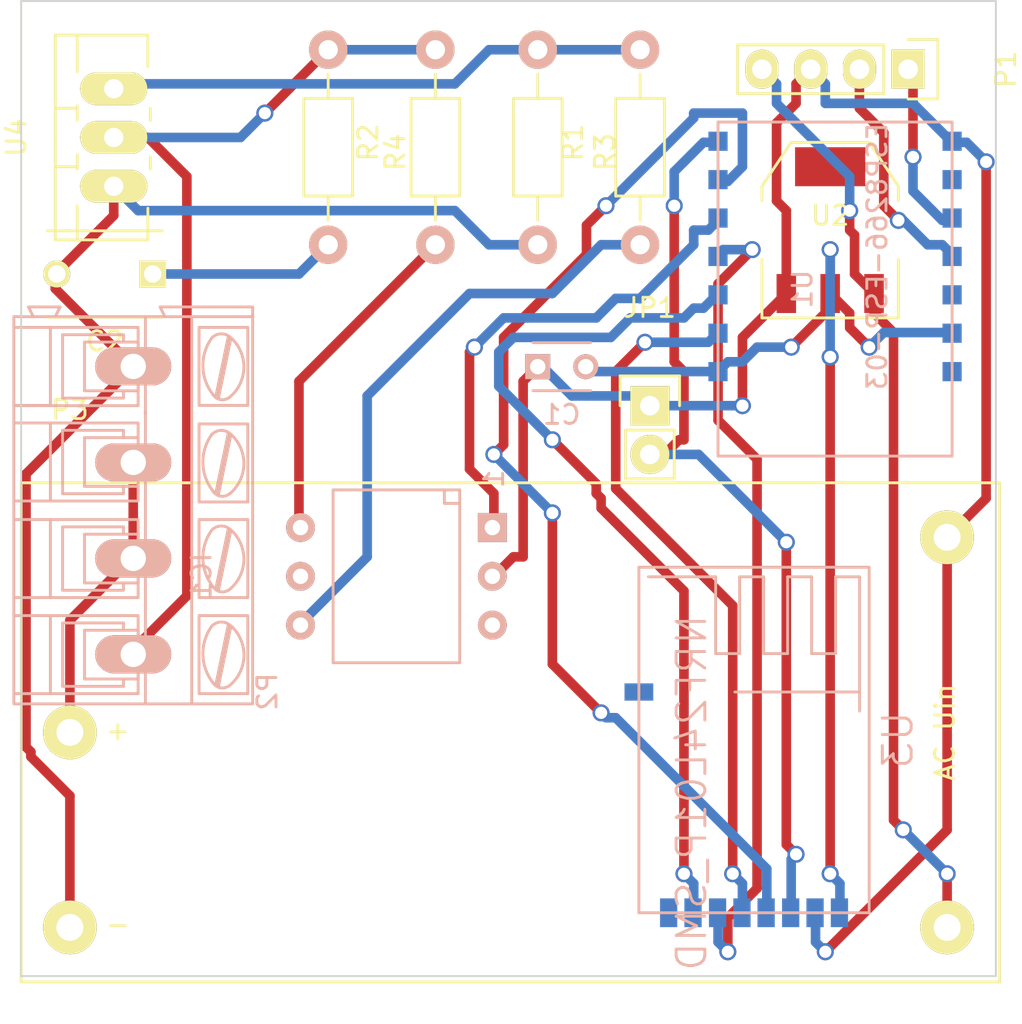
<source format=kicad_pcb>
(kicad_pcb (version 4) (host pcbnew 4.0.0-rc1-stable)

  (general
    (links 36)
    (no_connects 0)
    (area 163.779999 118.059999 214.680001 168.960001)
    (thickness 1.6)
    (drawings 5)
    (tracks 258)
    (zones 0)
    (modules 15)
    (nets 23)
  )

  (page A3)
  (layers
    (0 F.Cu mixed)
    (31 B.Cu mixed)
    (32 B.Adhes user)
    (33 F.Adhes user)
    (34 B.Paste user)
    (35 F.Paste user)
    (36 B.SilkS user)
    (37 F.SilkS user)
    (38 B.Mask user)
    (39 F.Mask user)
    (40 Dwgs.User user)
    (41 Cmts.User user)
    (42 Eco1.User user)
    (43 Eco2.User user)
    (44 Edge.Cuts user)
  )

  (setup
    (last_trace_width 0.5)
    (trace_clearance 0.5)
    (zone_clearance 0.508)
    (zone_45_only no)
    (trace_min 0.254)
    (segment_width 0.2)
    (edge_width 0.1)
    (via_size 0.889)
    (via_drill 0.635)
    (via_min_size 0.889)
    (via_min_drill 0.508)
    (uvia_size 0.508)
    (uvia_drill 0.127)
    (uvias_allowed no)
    (uvia_min_size 0.508)
    (uvia_min_drill 0.127)
    (pcb_text_width 0.3)
    (pcb_text_size 1.5 1.5)
    (mod_edge_width 0.15)
    (mod_text_size 1 1)
    (mod_text_width 0.15)
    (pad_size 1.5 1.5)
    (pad_drill 0.8)
    (pad_to_mask_clearance 0)
    (aux_axis_origin 163.83 168.91)
    (grid_origin 163.83 168.91)
    (visible_elements FFFFFFFF)
    (pcbplotparams
      (layerselection 0x00030_80000001)
      (usegerberextensions true)
      (excludeedgelayer true)
      (linewidth 0.150000)
      (plotframeref false)
      (viasonmask false)
      (mode 1)
      (useauxorigin false)
      (hpglpennumber 1)
      (hpglpenspeed 20)
      (hpglpendiameter 15)
      (hpglpenoverlay 2)
      (psnegative false)
      (psa4output false)
      (plotreference true)
      (plotvalue true)
      (plotinvisibletext false)
      (padsonsilk false)
      (subtractmaskfromsilk false)
      (outputformat 1)
      (mirror false)
      (drillshape 0)
      (scaleselection 1)
      (outputdirectory GRB/))
  )

  (net 0 "")
  (net 1 GND)
  (net 2 "Net-(C1-Pad2)")
  (net 3 "Net-(C2-Pad1)")
  (net 4 "Net-(C2-Pad2)")
  (net 5 "Net-(IC1-Pad1)")
  (net 6 "Net-(IC1-Pad4)")
  (net 7 "Net-(IC1-Pad6)")
  (net 8 "Net-(JP1-Pad2)")
  (net 9 "Net-(P1-Pad1)")
  (net 10 "Net-(P1-Pad2)")
  (net 11 VCC)
  (net 12 "Net-(P2-Pad1)")
  (net 13 "Net-(P2-Pad2)")
  (net 14 "Net-(R1-Pad2)")
  (net 15 "Net-(U1-Pad13)")
  (net 16 "Net-(U1-Pad11)")
  (net 17 "Net-(U1-Pad10)")
  (net 18 "Net-(U1-Pad9)")
  (net 19 "Net-(U1-Pad5)")
  (net 20 "Net-(U1-Pad7)")
  (net 21 "Net-(U3-Pad8)")
  (net 22 "Net-(U3-Pad9)")

  (net_class Default "Это класс цепей по умолчанию."
    (clearance 0.5)
    (trace_width 0.5)
    (via_dia 0.889)
    (via_drill 0.635)
    (uvia_dia 0.508)
    (uvia_drill 0.127)
    (add_net GND)
    (add_net "Net-(C1-Pad2)")
    (add_net "Net-(C2-Pad1)")
    (add_net "Net-(C2-Pad2)")
    (add_net "Net-(IC1-Pad1)")
    (add_net "Net-(IC1-Pad4)")
    (add_net "Net-(IC1-Pad6)")
    (add_net "Net-(JP1-Pad2)")
    (add_net "Net-(P1-Pad1)")
    (add_net "Net-(P1-Pad2)")
    (add_net "Net-(P2-Pad1)")
    (add_net "Net-(P2-Pad2)")
    (add_net "Net-(R1-Pad2)")
    (add_net "Net-(U1-Pad10)")
    (add_net "Net-(U1-Pad11)")
    (add_net "Net-(U1-Pad13)")
    (add_net "Net-(U1-Pad5)")
    (add_net "Net-(U1-Pad7)")
    (add_net "Net-(U1-Pad9)")
    (add_net "Net-(U3-Pad8)")
    (add_net "Net-(U3-Pad9)")
    (add_net VCC)
  )

  (net_class Tolsto ""
    (clearance 0.5)
    (trace_width 1)
    (via_dia 0.889)
    (via_drill 0.635)
    (uvia_dia 0.508)
    (uvia_drill 0.127)
  )

  (net_class Tonko ""
    (clearance 0.26)
    (trace_width 0.26)
    (via_dia 0.889)
    (via_drill 0.635)
    (uvia_dia 0.508)
    (uvia_drill 0.127)
  )

  (module Capacitors_ThroughHole:C_Disc_D3_P2.5 placed (layer B.Cu) (tedit 0) (tstamp 562126BD)
    (at 190.754 137.16)
    (descr "Capacitor 3mm Disc, Pitch 2.5mm")
    (tags Capacitor)
    (path /561FAE0D)
    (fp_text reference C1 (at 1.25 2.5) (layer B.SilkS)
      (effects (font (size 1 1) (thickness 0.15)) (justify mirror))
    )
    (fp_text value 0.01 (at 1.25 -2.5) (layer B.Fab)
      (effects (font (size 1 1) (thickness 0.15)) (justify mirror))
    )
    (fp_line (start -0.9 1.5) (end 3.4 1.5) (layer B.CrtYd) (width 0.05))
    (fp_line (start 3.4 1.5) (end 3.4 -1.5) (layer B.CrtYd) (width 0.05))
    (fp_line (start 3.4 -1.5) (end -0.9 -1.5) (layer B.CrtYd) (width 0.05))
    (fp_line (start -0.9 -1.5) (end -0.9 1.5) (layer B.CrtYd) (width 0.05))
    (fp_line (start -0.25 1.25) (end 2.75 1.25) (layer B.SilkS) (width 0.15))
    (fp_line (start 2.75 -1.25) (end -0.25 -1.25) (layer B.SilkS) (width 0.15))
    (pad 1 thru_hole rect (at 0 0) (size 1.3 1.3) (drill 0.8) (layers *.Cu *.Mask B.SilkS)
      (net 1 GND))
    (pad 2 thru_hole circle (at 2.5 0) (size 1.3 1.3) (drill 0.8001) (layers *.Cu *.Mask B.SilkS)
      (net 2 "Net-(C1-Pad2)"))
    (model Capacitors_ThroughHole.3dshapes/C_Disc_D3_P2.5.wrl
      (at (xyz 0.0492126 0 0))
      (scale (xyz 1 1 1))
      (rotate (xyz 0 0 0))
    )
  )

  (module Capacitors_ThroughHole:C_Disc_D6_P5 placed (layer F.Cu) (tedit 0) (tstamp 562126C3)
    (at 170.688 132.334 180)
    (descr "Capacitor 6mm Disc, Pitch 5mm")
    (tags Capacitor)
    (path /561FB309)
    (fp_text reference C2 (at 2.5 -3.5 180) (layer F.SilkS)
      (effects (font (size 1 1) (thickness 0.15)))
    )
    (fp_text value 10n (at 2.5 3.5 180) (layer F.Fab)
      (effects (font (size 1 1) (thickness 0.15)))
    )
    (fp_line (start -0.95 -2.5) (end 5.95 -2.5) (layer F.CrtYd) (width 0.05))
    (fp_line (start 5.95 -2.5) (end 5.95 2.5) (layer F.CrtYd) (width 0.05))
    (fp_line (start 5.95 2.5) (end -0.95 2.5) (layer F.CrtYd) (width 0.05))
    (fp_line (start -0.95 2.5) (end -0.95 -2.5) (layer F.CrtYd) (width 0.05))
    (fp_line (start -0.5 -2.25) (end 5.5 -2.25) (layer F.SilkS) (width 0.15))
    (fp_line (start 5.5 2.25) (end -0.5 2.25) (layer F.SilkS) (width 0.15))
    (pad 1 thru_hole rect (at 0 0 180) (size 1.4 1.4) (drill 0.9) (layers *.Cu *.Mask F.SilkS)
      (net 3 "Net-(C2-Pad1)"))
    (pad 2 thru_hole circle (at 5 0 180) (size 1.4 1.4) (drill 0.9) (layers *.Cu *.Mask F.SilkS)
      (net 4 "Net-(C2-Pad2)"))
    (model Capacitors_ThroughHole.3dshapes/C_Disc_D6_P5.wrl
      (at (xyz 0.0984252 0 0))
      (scale (xyz 1 1 1))
      (rotate (xyz 0 0 0))
    )
  )

  (module Opto-Devices:Optocoupler_6pin_wide_Stile-II placed (layer B.Cu) (tedit 0) (tstamp 562126CD)
    (at 183.388 148.082 270)
    (descr "Optocoupler, 6pin,  wide (10mm pin, 8mm Pad), like CNY17")
    (tags "Optocoupler 6pin 10mm 8mm CNY17")
    (path /561FB3DC)
    (fp_text reference IC1 (at 0 10.16 270) (layer B.SilkS)
      (effects (font (size 1 1) (thickness 0.15)) (justify mirror))
    )
    (fp_text value MOC3061M (at 0 -10.16 270) (layer B.Fab)
      (effects (font (size 1 1) (thickness 0.15)) (justify mirror))
    )
    (fp_text user 1 (at -5.08 -5.08 270) (layer B.SilkS)
      (effects (font (size 1 1) (thickness 0.15)) (justify mirror))
    )
    (fp_line (start -4.50088 -2.49936) (end -3.79984 -2.49936) (layer B.SilkS) (width 0.15))
    (fp_line (start -3.79984 -2.49936) (end -3.79984 -3.2004) (layer B.SilkS) (width 0.15))
    (fp_line (start -4.50088 3.29946) (end 4.50088 3.29946) (layer B.SilkS) (width 0.15))
    (fp_line (start 4.50088 3.29946) (end 4.50088 -3.29946) (layer B.SilkS) (width 0.15))
    (fp_line (start 4.50088 -3.29946) (end -4.50088 -3.29946) (layer B.SilkS) (width 0.15))
    (fp_line (start -4.50088 -3.29946) (end -4.50088 3.29946) (layer B.SilkS) (width 0.15))
    (pad 1 thru_hole rect (at -2.54 -5.00126 270) (size 1.50114 1.50114) (drill 0.8001) (layers *.Cu *.Mask B.SilkS)
      (net 5 "Net-(IC1-Pad1)"))
    (pad 2 thru_hole circle (at 0 -5.00126 270) (size 1.50114 1.50114) (drill 0.8001) (layers *.Cu *.Mask B.SilkS)
      (net 1 GND))
    (pad 3 thru_hole circle (at 2.54 -5.00126 270) (size 1.50114 1.50114) (drill 0.8001) (layers *.Cu *.Mask B.SilkS))
    (pad 4 thru_hole circle (at 2.54 4.99872 270) (size 1.50114 1.50114) (drill 0.8001) (layers *.Cu *.Mask B.SilkS)
      (net 6 "Net-(IC1-Pad4)"))
    (pad 5 thru_hole circle (at 0 4.99872 270) (size 1.50114 1.50114) (drill 0.8001) (layers *.Cu *.Mask B.SilkS))
    (pad 6 thru_hole circle (at -2.54 4.99872 270) (size 1.50114 1.50114) (drill 0.8001) (layers *.Cu *.Mask B.SilkS)
      (net 7 "Net-(IC1-Pad6)"))
  )

  (module Pin_Headers:Pin_Header_Straight_1x04 placed (layer F.Cu) (tedit 0) (tstamp 562126DB)
    (at 210.058 121.666 270)
    (descr "Through hole pin header")
    (tags "pin header")
    (path /561FC51C)
    (fp_text reference P1 (at 0 -5.1 270) (layer F.SilkS)
      (effects (font (size 1 1) (thickness 0.15)))
    )
    (fp_text value CONN_4 (at 0 -3.1 270) (layer F.Fab)
      (effects (font (size 1 1) (thickness 0.15)))
    )
    (fp_line (start -1.75 -1.75) (end -1.75 9.4) (layer F.CrtYd) (width 0.05))
    (fp_line (start 1.75 -1.75) (end 1.75 9.4) (layer F.CrtYd) (width 0.05))
    (fp_line (start -1.75 -1.75) (end 1.75 -1.75) (layer F.CrtYd) (width 0.05))
    (fp_line (start -1.75 9.4) (end 1.75 9.4) (layer F.CrtYd) (width 0.05))
    (fp_line (start -1.27 1.27) (end -1.27 8.89) (layer F.SilkS) (width 0.15))
    (fp_line (start 1.27 1.27) (end 1.27 8.89) (layer F.SilkS) (width 0.15))
    (fp_line (start 1.55 -1.55) (end 1.55 0) (layer F.SilkS) (width 0.15))
    (fp_line (start -1.27 8.89) (end 1.27 8.89) (layer F.SilkS) (width 0.15))
    (fp_line (start 1.27 1.27) (end -1.27 1.27) (layer F.SilkS) (width 0.15))
    (fp_line (start -1.55 0) (end -1.55 -1.55) (layer F.SilkS) (width 0.15))
    (fp_line (start -1.55 -1.55) (end 1.55 -1.55) (layer F.SilkS) (width 0.15))
    (pad 1 thru_hole rect (at 0 0 270) (size 2.032 1.7272) (drill 1.016) (layers *.Cu *.Mask F.SilkS)
      (net 9 "Net-(P1-Pad1)"))
    (pad 2 thru_hole oval (at 0 2.54 270) (size 2.032 1.7272) (drill 1.016) (layers *.Cu *.Mask F.SilkS)
      (net 10 "Net-(P1-Pad2)"))
    (pad 3 thru_hole oval (at 0 5.08 270) (size 2.032 1.7272) (drill 1.016) (layers *.Cu *.Mask F.SilkS)
      (net 1 GND))
    (pad 4 thru_hole oval (at 0 7.62 270) (size 2.032 1.7272) (drill 1.016) (layers *.Cu *.Mask F.SilkS)
      (net 11 VCC))
    (model Pin_Headers.3dshapes/Pin_Header_Straight_1x04.wrl
      (at (xyz 0 -0.15 0))
      (scale (xyz 1 1 1))
      (rotate (xyz 0 0 90))
    )
  )

  (module Connect:AK300-4 (layer B.Cu) (tedit 54791E04) (tstamp 562126E3)
    (at 169.672 152.146 90)
    (descr CONNECTOR)
    (tags CONNECTOR)
    (path /561FB96F)
    (attr virtual)
    (fp_text reference P2 (at -1.945 6.985 90) (layer B.SilkS)
      (effects (font (size 1 1) (thickness 0.15)) (justify mirror))
    )
    (fp_text value CONN_4 (at 2.754 -7.747 90) (layer B.Fab)
      (effects (font (size 1 1) (thickness 0.15)) (justify mirror))
    )
    (fp_line (start 18.35 6.473) (end 18.35 -6.473) (layer B.CrtYd) (width 0.05))
    (fp_line (start -2.83 6.473) (end -2.83 -6.473) (layer B.CrtYd) (width 0.05))
    (fp_line (start -2.83 -6.473) (end 18.35 -6.473) (layer B.CrtYd) (width 0.05))
    (fp_line (start -2.83 6.473) (end 18.35 6.473) (layer B.CrtYd) (width 0.05))
    (fp_line (start 8.75 0.254) (end 8.75 -2.54) (layer B.SilkS) (width 0.15))
    (fp_line (start 8.75 -2.54) (end 11.29 -2.54) (layer B.SilkS) (width 0.15))
    (fp_line (start 11.29 -2.54) (end 11.29 0.254) (layer B.SilkS) (width 0.15))
    (fp_line (start 7.9372 3.429) (end 7.9372 5.969) (layer B.SilkS) (width 0.15))
    (fp_line (start 7.9372 5.969) (end 12.0012 5.969) (layer B.SilkS) (width 0.15))
    (fp_line (start 12.0012 5.969) (end 12.0012 3.429) (layer B.SilkS) (width 0.15))
    (fp_line (start 12.0012 3.429) (end 7.9372 3.429) (layer B.SilkS) (width 0.15))
    (fp_line (start 8.3436 4.445) (end 11.3916 5.08) (layer B.SilkS) (width 0.15))
    (fp_line (start 8.4706 4.318) (end 11.5186 4.953) (layer B.SilkS) (width 0.15))
    (fp_arc (start 10.9852 4.59486) (end 11.49066 5.05206) (angle -90.5) (layer B.SilkS) (width 0.15))
    (fp_arc (start 10.02 6.0706) (end 11.48304 4.11734) (angle -75.5) (layer B.SilkS) (width 0.15))
    (fp_arc (start 9.94126 3.7084) (end 8.3436 5.0038) (angle -100) (layer B.SilkS) (width 0.15))
    (fp_arc (start 8.8262 4.64566) (end 8.53664 4.1275) (angle -104.2) (layer B.SilkS) (width 0.15))
    (fp_line (start 7.988 -4.318) (end 12.052 -4.318) (layer B.SilkS) (width 0.15))
    (fp_line (start 12.052 -6.223) (end 12.052 0.254) (layer B.SilkS) (width 0.15))
    (fp_line (start 8.369 -0.508) (end 8.75 -0.508) (layer B.SilkS) (width 0.15))
    (fp_line (start 8.369 -0.508) (end 8.369 -3.683) (layer B.SilkS) (width 0.15))
    (fp_line (start 8.369 -3.683) (end 11.671 -3.683) (layer B.SilkS) (width 0.15))
    (fp_line (start 11.671 -3.683) (end 11.671 -0.508) (layer B.SilkS) (width 0.15))
    (fp_line (start 11.671 -0.508) (end 11.29 -0.508) (layer B.SilkS) (width 0.15))
    (fp_line (start 12.51 0.635) (end 17.59 0.635) (layer B.SilkS) (width 0.15))
    (fp_line (start 7.988 -6.223) (end 7.988 0.254) (layer B.SilkS) (width 0.15))
    (fp_line (start 7.988 0.254) (end 12.052 0.254) (layer B.SilkS) (width 0.15))
    (fp_line (start 16.955 -6.223) (end 13.018 -6.223) (layer B.SilkS) (width 0.15))
    (fp_line (start 13.168 -6.223) (end 7.072 -6.223) (layer B.SilkS) (width 0.15))
    (fp_line (start 17.59 3.048) (end -2.58 3.048) (layer B.SilkS) (width 0.15))
    (fp_line (start 17.74 6.223) (end -2.58 6.223) (layer B.SilkS) (width 0.15))
    (fp_line (start 12.66 0.635) (end -2.5165 0.635) (layer B.SilkS) (width 0.15))
    (fp_line (start 12.9545 -4.0005) (end 12.9545 0.254) (layer B.SilkS) (width 0.15))
    (fp_arc (start 13.8562 4.64566) (end 13.56664 4.1275) (angle -104.2) (layer B.SilkS) (width 0.15))
    (fp_arc (start 14.97126 3.7084) (end 13.3736 5.0038) (angle -100) (layer B.SilkS) (width 0.15))
    (fp_arc (start 15.05 6.0706) (end 16.51304 4.11734) (angle -75.5) (layer B.SilkS) (width 0.15))
    (fp_arc (start 16.0152 4.59486) (end 16.52066 5.05206) (angle -90.5) (layer B.SilkS) (width 0.15))
    (fp_line (start 13.3482 0.254) (end 16.6502 0.254) (layer B.SilkS) (width 0.15))
    (fp_line (start 12.9672 0.254) (end 13.3482 0.254) (layer B.SilkS) (width 0.15))
    (fp_line (start 17.0312 0.254) (end 16.6502 0.254) (layer B.SilkS) (width 0.15))
    (fp_line (start 13.5006 4.318) (end 16.5486 4.953) (layer B.SilkS) (width 0.15))
    (fp_line (start 13.3736 4.445) (end 16.4216 5.08) (layer B.SilkS) (width 0.15))
    (fp_line (start 17.0312 3.429) (end 12.9672 3.429) (layer B.SilkS) (width 0.15))
    (fp_line (start 17.0312 5.969) (end 17.0312 3.429) (layer B.SilkS) (width 0.15))
    (fp_line (start 12.9672 5.969) (end 17.0312 5.969) (layer B.SilkS) (width 0.15))
    (fp_line (start 12.9672 3.429) (end 12.9672 5.969) (layer B.SilkS) (width 0.15))
    (fp_line (start 17.59 3.175) (end 17.59 1.651) (layer B.SilkS) (width 0.15))
    (fp_line (start 17.59 0.635) (end 17.59 -4.064) (layer B.SilkS) (width 0.15))
    (fp_line (start 17.59 1.651) (end 17.59 0.635) (layer B.SilkS) (width 0.15))
    (fp_line (start 16.6502 -0.508) (end 16.2692 -0.508) (layer B.SilkS) (width 0.15))
    (fp_line (start 13.3482 -0.508) (end 13.7292 -0.508) (layer B.SilkS) (width 0.15))
    (fp_line (start 13.3482 -3.683) (end 13.3482 -0.508) (layer B.SilkS) (width 0.15))
    (fp_line (start 16.6502 -3.683) (end 13.3482 -3.683) (layer B.SilkS) (width 0.15))
    (fp_line (start 16.6502 -3.683) (end 16.6502 -0.508) (layer B.SilkS) (width 0.15))
    (fp_line (start 17.0312 -4.318) (end 17.0312 -6.223) (layer B.SilkS) (width 0.15))
    (fp_line (start 12.9672 -4.318) (end 17.0312 -4.318) (layer B.SilkS) (width 0.15))
    (fp_line (start 17.0312 -6.223) (end 17.59 -6.223) (layer B.SilkS) (width 0.15))
    (fp_line (start 17.0312 0.254) (end 17.0312 -4.318) (layer B.SilkS) (width 0.15))
    (fp_line (start 12.9672 -6.223) (end 12.9672 -4.318) (layer B.SilkS) (width 0.15))
    (fp_line (start 18.098 -3.81) (end 18.098 -5.461) (layer B.SilkS) (width 0.15))
    (fp_line (start 17.59 -4.064) (end 17.59 -5.207) (layer B.SilkS) (width 0.15))
    (fp_line (start 18.098 -3.81) (end 17.59 -4.064) (layer B.SilkS) (width 0.15))
    (fp_line (start 17.59 -5.207) (end 17.59 -6.223) (layer B.SilkS) (width 0.15))
    (fp_line (start 18.098 -5.461) (end 17.59 -5.207) (layer B.SilkS) (width 0.15))
    (fp_line (start 18.098 1.397) (end 17.59 1.651) (layer B.SilkS) (width 0.15))
    (fp_line (start 18.098 6.223) (end 18.098 1.397) (layer B.SilkS) (width 0.15))
    (fp_line (start 17.59 6.223) (end 18.098 6.223) (layer B.SilkS) (width 0.15))
    (fp_line (start 17.59 6.223) (end 17.59 3.175) (layer B.SilkS) (width 0.15))
    (fp_line (start 13.7292 -2.54) (end 13.7292 0.254) (layer B.SilkS) (width 0.15))
    (fp_line (start 13.7292 0.254) (end 16.2692 0.254) (layer B.SilkS) (width 0.15))
    (fp_line (start 16.2692 -2.54) (end 16.2692 0.254) (layer B.SilkS) (width 0.15))
    (fp_line (start 13.7292 -2.54) (end 16.2692 -2.54) (layer B.SilkS) (width 0.15))
    (fp_line (start -1.2846 -2.54) (end 1.2554 -2.54) (layer B.SilkS) (width 0.15))
    (fp_line (start 1.2554 -2.54) (end 1.2554 0.254) (layer B.SilkS) (width 0.15))
    (fp_line (start -1.2846 0.254) (end 1.2554 0.254) (layer B.SilkS) (width 0.15))
    (fp_line (start -1.2846 -2.54) (end -1.2846 0.254) (layer B.SilkS) (width 0.15))
    (fp_line (start 3.7192 -2.54) (end 6.2592 -2.54) (layer B.SilkS) (width 0.15))
    (fp_line (start 6.2592 -2.54) (end 6.2592 0.254) (layer B.SilkS) (width 0.15))
    (fp_line (start 3.7192 0.254) (end 6.2592 0.254) (layer B.SilkS) (width 0.15))
    (fp_line (start 3.7192 -2.54) (end 3.7192 0.254) (layer B.SilkS) (width 0.15))
    (fp_line (start 12.9545 -5.207) (end 12.9545 -6.223) (layer B.SilkS) (width 0.15))
    (fp_line (start 12.9545 -4.064) (end 12.9545 -5.207) (layer B.SilkS) (width 0.15))
    (fp_line (start 2.9572 -6.223) (end 2.9572 -4.318) (layer B.SilkS) (width 0.15))
    (fp_line (start 7.0212 0.254) (end 7.0212 -4.318) (layer B.SilkS) (width 0.15))
    (fp_line (start 2.9572 -6.223) (end 7.0212 -6.223) (layer B.SilkS) (width 0.15))
    (fp_line (start 2.0174 -6.223) (end 2.0174 -4.318) (layer B.SilkS) (width 0.15))
    (fp_line (start 2.0174 -6.223) (end 2.9572 -6.223) (layer B.SilkS) (width 0.15))
    (fp_line (start -2.0466 0.254) (end -2.0466 -4.318) (layer B.SilkS) (width 0.15))
    (fp_line (start -2.58 -6.223) (end -2.0466 -6.223) (layer B.SilkS) (width 0.15))
    (fp_line (start -2.0466 -6.223) (end 2.0174 -6.223) (layer B.SilkS) (width 0.15))
    (fp_line (start 2.9572 -4.318) (end 7.0212 -4.318) (layer B.SilkS) (width 0.15))
    (fp_line (start 2.9572 -4.318) (end 2.9572 0.254) (layer B.SilkS) (width 0.15))
    (fp_line (start 7.0212 -4.318) (end 7.0212 -6.223) (layer B.SilkS) (width 0.15))
    (fp_line (start 2.0174 -4.318) (end -2.0466 -4.318) (layer B.SilkS) (width 0.15))
    (fp_line (start 2.0174 -4.318) (end 2.0174 0.254) (layer B.SilkS) (width 0.15))
    (fp_line (start -2.0466 -4.318) (end -2.0466 -6.223) (layer B.SilkS) (width 0.15))
    (fp_line (start 6.6402 -3.683) (end 6.6402 -0.508) (layer B.SilkS) (width 0.15))
    (fp_line (start 6.6402 -3.683) (end 3.3382 -3.683) (layer B.SilkS) (width 0.15))
    (fp_line (start 3.3382 -3.683) (end 3.3382 -0.508) (layer B.SilkS) (width 0.15))
    (fp_line (start 1.6364 -3.683) (end 1.6364 -0.508) (layer B.SilkS) (width 0.15))
    (fp_line (start 1.6364 -3.683) (end -1.6656 -3.683) (layer B.SilkS) (width 0.15))
    (fp_line (start -1.6656 -3.683) (end -1.6656 -0.508) (layer B.SilkS) (width 0.15))
    (fp_line (start -1.6656 -0.508) (end -1.2846 -0.508) (layer B.SilkS) (width 0.15))
    (fp_line (start 1.6364 -0.508) (end 1.2554 -0.508) (layer B.SilkS) (width 0.15))
    (fp_line (start 3.3382 -0.508) (end 3.7192 -0.508) (layer B.SilkS) (width 0.15))
    (fp_line (start 6.6402 -0.508) (end 6.2592 -0.508) (layer B.SilkS) (width 0.15))
    (fp_line (start -2.58 -6.223) (end -2.58 0.635) (layer B.SilkS) (width 0.15))
    (fp_line (start -2.58 0.635) (end -2.58 3.175) (layer B.SilkS) (width 0.15))
    (fp_line (start -2.58 3.175) (end -2.58 6.223) (layer B.SilkS) (width 0.15))
    (fp_line (start 2.9572 3.429) (end 2.9572 5.969) (layer B.SilkS) (width 0.15))
    (fp_line (start 2.9572 5.969) (end 7.0212 5.969) (layer B.SilkS) (width 0.15))
    (fp_line (start 7.0212 5.969) (end 7.0212 3.429) (layer B.SilkS) (width 0.15))
    (fp_line (start 7.0212 3.429) (end 2.9572 3.429) (layer B.SilkS) (width 0.15))
    (fp_line (start 2.0174 3.429) (end 2.0174 5.969) (layer B.SilkS) (width 0.15))
    (fp_line (start 2.0174 3.429) (end -2.0466 3.429) (layer B.SilkS) (width 0.15))
    (fp_line (start -2.0466 3.429) (end -2.0466 5.969) (layer B.SilkS) (width 0.15))
    (fp_line (start 2.0174 5.969) (end -2.0466 5.969) (layer B.SilkS) (width 0.15))
    (fp_line (start 3.3636 4.445) (end 6.4116 5.08) (layer B.SilkS) (width 0.15))
    (fp_line (start 3.4906 4.318) (end 6.5386 4.953) (layer B.SilkS) (width 0.15))
    (fp_line (start -1.6402 4.445) (end 1.41034 5.08) (layer B.SilkS) (width 0.15))
    (fp_line (start -1.5132 4.318) (end 1.5348 4.953) (layer B.SilkS) (width 0.15))
    (fp_line (start -2.0466 0.254) (end -1.6656 0.254) (layer B.SilkS) (width 0.15))
    (fp_line (start 2.0174 0.254) (end 1.6364 0.254) (layer B.SilkS) (width 0.15))
    (fp_line (start 1.6364 0.254) (end -1.6656 0.254) (layer B.SilkS) (width 0.15))
    (fp_line (start 7.0212 0.254) (end 6.6402 0.254) (layer B.SilkS) (width 0.15))
    (fp_line (start 2.9572 0.254) (end 3.3382 0.254) (layer B.SilkS) (width 0.15))
    (fp_line (start 3.3382 0.254) (end 6.6402 0.254) (layer B.SilkS) (width 0.15))
    (fp_arc (start 6.0052 4.59486) (end 6.51066 5.05206) (angle -90.5) (layer B.SilkS) (width 0.15))
    (fp_arc (start 5.04 6.0706) (end 6.50304 4.11734) (angle -75.5) (layer B.SilkS) (width 0.15))
    (fp_arc (start 4.96126 3.7084) (end 3.3636 5.0038) (angle -100) (layer B.SilkS) (width 0.15))
    (fp_arc (start 3.8462 4.64566) (end 3.55664 4.1275) (angle -104.2) (layer B.SilkS) (width 0.15))
    (fp_arc (start 1.0014 4.59486) (end 1.5094 5.05206) (angle -90.5) (layer B.SilkS) (width 0.15))
    (fp_arc (start 0.03874 6.0706) (end 1.50178 4.11734) (angle -75.5) (layer B.SilkS) (width 0.15))
    (fp_arc (start -0.03746 3.7084) (end -1.6402 5.0038) (angle -100) (layer B.SilkS) (width 0.15))
    (fp_arc (start -1.1576 4.64566) (end -1.44462 4.1275) (angle -104.2) (layer B.SilkS) (width 0.15))
    (pad 1 thru_hole oval (at 0 0 90) (size 1.9812 3.9624) (drill 1.3208) (layers *.Cu B.Paste B.SilkS B.Mask)
      (net 12 "Net-(P2-Pad1)"))
    (pad 2 thru_hole oval (at 5 0 90) (size 1.9812 3.9624) (drill 1.3208) (layers *.Cu B.Paste B.SilkS B.Mask)
      (net 13 "Net-(P2-Pad2)"))
    (pad 4 thru_hole oval (at 15 0 90) (size 1.9812 3.9624) (drill 1.3208) (layers *.Cu B.Paste B.SilkS B.Mask)
      (net 4 "Net-(C2-Pad2)"))
    (pad 3 thru_hole oval (at 10 0 90) (size 1.9812 3.9624) (drill 1.3208) (layers *.Cu *.Mask B.SilkS)
      (net 13 "Net-(P2-Pad2)"))
  )

  (module myelin-kicad:ESP8266-ESP-03 placed (layer B.Cu) (tedit 54BF7D41) (tstamp 5621270D)
    (at 206.248 131.318)
    (descr "ESP8266 ESP-03 wifi module -- Phillip Pearson")
    (path /561FA8B5)
    (fp_text reference U1 (at -1.7 1.8 270) (layer B.SilkS)
      (effects (font (size 1 1) (thickness 0.15)) (justify mirror))
    )
    (fp_text value ESP8266-ESP-03 (at 2.2 0.1 270) (layer B.SilkS)
      (effects (font (size 1 1) (thickness 0.15)) (justify mirror))
    )
    (fp_line (start -6.1 -6.9) (end -6.1 10.5) (layer B.SilkS) (width 0.15))
    (fp_line (start -6.1 10.5) (end 6.1 10.5) (layer B.SilkS) (width 0.15))
    (fp_line (start 6.1 10.5) (end 6.1 -6.9) (layer B.SilkS) (width 0.15))
    (fp_line (start 6.1 -6.9) (end -6.1 -6.9) (layer B.SilkS) (width 0.15))
    (pad 14 smd rect (at -6.1 -5.9) (size 1 1) (layers B.Cu B.Paste B.Mask)
      (net 8 "Net-(JP1-Pad2)"))
    (pad 13 smd rect (at -6.1 -3.9) (size 1 1) (layers B.Cu B.Paste B.Mask)
      (net 15 "Net-(U1-Pad13)"))
    (pad 12 smd rect (at -6.1 -1.9) (size 1 1) (layers B.Cu B.Paste B.Mask)
      (net 5 "Net-(IC1-Pad1)"))
    (pad 11 smd rect (at -6.1 0.1) (size 1 1) (layers B.Cu B.Paste B.Mask)
      (net 16 "Net-(U1-Pad11)"))
    (pad 10 smd rect (at -6.1 2.1) (size 1 1) (layers B.Cu B.Paste B.Mask)
      (net 17 "Net-(U1-Pad10)"))
    (pad 9 smd rect (at -6.1 4.1) (size 1 1) (layers B.Cu B.Paste B.Mask)
      (net 18 "Net-(U1-Pad9)"))
    (pad 8 smd rect (at -6.1 6.1) (size 1 1) (layers B.Cu B.Paste B.Mask)
      (net 2 "Net-(C1-Pad2)"))
    (pad 1 smd rect (at 6.1 -5.9) (size 1 1) (layers B.Cu B.Paste B.Mask)
      (net 1 GND))
    (pad 2 smd rect (at 6.1 -3.9) (size 1 1) (layers B.Cu B.Paste B.Mask))
    (pad 3 smd rect (at 6.1 -1.9) (size 1 1) (layers B.Cu B.Paste B.Mask)
      (net 9 "Net-(P1-Pad1)"))
    (pad 4 smd rect (at 6.1 0.1) (size 1 1) (layers B.Cu B.Paste B.Mask)
      (net 10 "Net-(P1-Pad2)"))
    (pad 5 smd rect (at 6.1 2.1) (size 1 1) (layers B.Cu B.Paste B.Mask)
      (net 19 "Net-(U1-Pad5)"))
    (pad 6 smd rect (at 6.1 4.1) (size 1 1) (layers B.Cu B.Paste B.Mask)
      (net 2 "Net-(C1-Pad2)"))
    (pad 7 smd rect (at 6.1 6.1) (size 1 1) (layers B.Cu B.Paste B.Mask)
      (net 20 "Net-(U1-Pad7)"))
  )

  (module myelin-kicad:NRF24L01P_SMD placed (layer B.Cu) (tedit 55372F53) (tstamp 56212721)
    (at 208.026 165.608 90)
    (path /561FA8CC)
    (fp_text reference U3 (at 9 1.5 270) (layer B.SilkS)
      (effects (font (size 1.5 1.5) (thickness 0.15)) (justify mirror))
    )
    (fp_text value NRF24L01P_SMD (at 6.25 -9.25 90) (layer B.SilkS)
      (effects (font (size 1.5 1.5) (thickness 0.15)) (justify mirror))
    )
    (fp_line (start 17.5 -0.5) (end 17.5 -1.75) (layer B.SilkS) (width 0.15))
    (fp_line (start 17.5 -1.75) (end 13.5 -1.75) (layer B.SilkS) (width 0.15))
    (fp_line (start 13.5 -1.75) (end 13.5 -3) (layer B.SilkS) (width 0.15))
    (fp_line (start 13.5 -3) (end 17.5 -3) (layer B.SilkS) (width 0.15))
    (fp_line (start 17.5 -3) (end 17.5 -4.25) (layer B.SilkS) (width 0.15))
    (fp_line (start 17.5 -4.25) (end 13.5 -4.25) (layer B.SilkS) (width 0.15))
    (fp_line (start 13.5 -4.25) (end 13.5 -5.5) (layer B.SilkS) (width 0.15))
    (fp_line (start 13.5 -5.5) (end 17.5 -5.5) (layer B.SilkS) (width 0.15))
    (fp_line (start 17.5 -5.5) (end 17.5 -6.75) (layer B.SilkS) (width 0.15))
    (fp_line (start 17.5 -6.75) (end 13.5 -6.75) (layer B.SilkS) (width 0.15))
    (fp_line (start 13.5 -6.75) (end 13.5 -8) (layer B.SilkS) (width 0.15))
    (fp_line (start 13.5 -8) (end 17.5 -8) (layer B.SilkS) (width 0.15))
    (fp_line (start 17.5 -8) (end 17.5 -11.5) (layer B.SilkS) (width 0.15))
    (fp_line (start 10.5 -0.5) (end 17.5 -0.5) (layer B.SilkS) (width 0.15))
    (fp_line (start 11.5 -7) (end 11.5 -0.5) (layer B.SilkS) (width 0.15))
    (fp_line (start 0 0) (end 18 0) (layer B.SilkS) (width 0.15))
    (fp_line (start 18 0) (end 18 -12) (layer B.SilkS) (width 0.15))
    (fp_line (start 18 -12) (end 0 -12) (layer B.SilkS) (width 0.15))
    (fp_line (start 0 0) (end 0 -12) (layer B.SilkS) (width 0.15))
    (pad 1 smd rect (at 0 -1.55 90) (size 1.5 0.9) (layers B.Cu B.Paste B.Mask)
      (net 2 "Net-(C1-Pad2)"))
    (pad 2 smd rect (at 0 -2.82 90) (size 1.5 0.9) (layers B.Cu B.Paste B.Mask)
      (net 1 GND))
    (pad 3 smd rect (at 0 -4.09 90) (size 1.5 0.9) (layers B.Cu B.Paste B.Mask)
      (net 8 "Net-(JP1-Pad2)"))
    (pad 4 smd rect (at 0 -5.37 90) (size 1.5 0.9) (layers B.Cu B.Paste B.Mask)
      (net 15 "Net-(U1-Pad13)"))
    (pad 5 smd rect (at 0 -6.63 90) (size 1.5 0.9) (layers B.Cu B.Paste B.Mask)
      (net 18 "Net-(U1-Pad9)"))
    (pad 6 smd rect (at 0 -7.9 90) (size 1.5 0.9) (layers B.Cu B.Paste B.Mask)
      (net 16 "Net-(U1-Pad11)"))
    (pad 7 smd rect (at 0 -9.18 90) (size 1.5 0.9) (layers B.Cu B.Paste B.Mask)
      (net 17 "Net-(U1-Pad10)"))
    (pad 8 smd rect (at 0 -10.45 90) (size 1.5 0.9) (layers B.Cu B.Paste B.Mask)
      (net 21 "Net-(U3-Pad8)"))
    (pad 9 smd rect (at 11.5 -12 90) (size 0.9 1.5) (layers B.Cu B.Paste B.Mask)
      (net 22 "Net-(U3-Pad9)"))
  )

  (module TO_SOT_Packages_THT:TO-220_Neutral123_Vertical_LargePads placed (layer F.Cu) (tedit 0) (tstamp 56212728)
    (at 168.656 125.222 90)
    (descr "TO-220, Neutral, Vertical, Large Pads,")
    (tags "TO-220, Neutral, Vertical, Large Pads,")
    (path /561FAD60)
    (fp_text reference U4 (at 0 -5.08 90) (layer F.SilkS)
      (effects (font (size 1 1) (thickness 0.15)))
    )
    (fp_text value TRIAC (at 0 3.81 90) (layer F.Fab)
      (effects (font (size 1 1) (thickness 0.15)))
    )
    (fp_line (start 5.334 -1.905) (end 3.429 -1.905) (layer F.SilkS) (width 0.15))
    (fp_line (start 0.889 -1.905) (end 1.651 -1.905) (layer F.SilkS) (width 0.15))
    (fp_line (start -1.524 -1.905) (end -1.651 -1.905) (layer F.SilkS) (width 0.15))
    (fp_line (start -1.524 -1.905) (end -0.889 -1.905) (layer F.SilkS) (width 0.15))
    (fp_line (start -5.334 -1.905) (end -3.556 -1.905) (layer F.SilkS) (width 0.15))
    (fp_line (start -5.334 1.778) (end -3.683 1.778) (layer F.SilkS) (width 0.15))
    (fp_line (start -1.016 1.905) (end -1.651 1.905) (layer F.SilkS) (width 0.15))
    (fp_line (start 1.524 1.905) (end 0.889 1.905) (layer F.SilkS) (width 0.15))
    (fp_line (start 5.334 1.778) (end 3.683 1.778) (layer F.SilkS) (width 0.15))
    (fp_line (start -1.524 -3.048) (end -1.524 -1.905) (layer F.SilkS) (width 0.15))
    (fp_line (start 1.524 -3.048) (end 1.524 -1.905) (layer F.SilkS) (width 0.15))
    (fp_line (start 5.334 -1.905) (end 5.334 1.778) (layer F.SilkS) (width 0.15))
    (fp_line (start -5.334 1.778) (end -5.334 -1.905) (layer F.SilkS) (width 0.15))
    (fp_line (start 5.334 -3.048) (end 5.334 -1.905) (layer F.SilkS) (width 0.15))
    (fp_line (start -5.334 -1.905) (end -5.334 -3.048) (layer F.SilkS) (width 0.15))
    (fp_line (start 0 -3.048) (end -5.334 -3.048) (layer F.SilkS) (width 0.15))
    (fp_line (start 0 -3.048) (end 5.334 -3.048) (layer F.SilkS) (width 0.15))
    (pad 2 thru_hole oval (at 0 0 180) (size 3.50012 1.69926) (drill 1.00076) (layers *.Cu *.Mask F.SilkS)
      (net 12 "Net-(P2-Pad1)"))
    (pad 1 thru_hole oval (at -2.54 0 180) (size 3.50012 1.69926) (drill 1.00076) (layers *.Cu *.Mask F.SilkS)
      (net 4 "Net-(C2-Pad2)"))
    (pad 3 thru_hole oval (at 2.54 0 180) (size 3.50012 1.69926) (drill 1.00076) (layers *.Cu *.Mask F.SilkS)
      (net 14 "Net-(R1-Pad2)"))
    (model TO_SOT_Packages_THT.3dshapes/TO-220_Neutral123_Vertical_LargePads.wrl
      (at (xyz 0 0 0))
      (scale (xyz 0.3937 0.3937 0.3937))
      (rotate (xyz 0 0 0))
    )
  )

  (module Resistors_ThroughHole:Resistor_Horizontal_RM10mm placed (layer F.Cu) (tedit 53F56209) (tstamp 5623BEA5)
    (at 196.088 125.73 90)
    (descr "Resistor, Axial,  RM 10mm, 1/3W,")
    (tags "Resistor, Axial, RM 10mm, 1/3W,")
    (path /561FADAE)
    (fp_text reference R1 (at 0.24892 -3.50012 90) (layer F.SilkS)
      (effects (font (size 1 1) (thickness 0.15)))
    )
    (fp_text value 360 (at 3.81 3.81 90) (layer F.Fab)
      (effects (font (size 1 1) (thickness 0.15)))
    )
    (fp_line (start -2.54 -1.27) (end 2.54 -1.27) (layer F.SilkS) (width 0.15))
    (fp_line (start 2.54 -1.27) (end 2.54 1.27) (layer F.SilkS) (width 0.15))
    (fp_line (start 2.54 1.27) (end -2.54 1.27) (layer F.SilkS) (width 0.15))
    (fp_line (start -2.54 1.27) (end -2.54 -1.27) (layer F.SilkS) (width 0.15))
    (fp_line (start -2.54 0) (end -3.81 0) (layer F.SilkS) (width 0.15))
    (fp_line (start 2.54 0) (end 3.81 0) (layer F.SilkS) (width 0.15))
    (pad 1 thru_hole circle (at -5.08 0 90) (size 1.99898 1.99898) (drill 1.00076) (layers *.Cu *.SilkS *.Mask)
      (net 6 "Net-(IC1-Pad4)"))
    (pad 2 thru_hole circle (at 5.08 0 90) (size 1.99898 1.99898) (drill 1.00076) (layers *.Cu *.SilkS *.Mask)
      (net 14 "Net-(R1-Pad2)"))
    (model Resistors_ThroughHole.3dshapes/Resistor_Horizontal_RM10mm.wrl
      (at (xyz 0 0 0))
      (scale (xyz 0.4 0.4 0.4))
      (rotate (xyz 0 0 0))
    )
  )

  (module Resistors_ThroughHole:Resistor_Horizontal_RM10mm placed (layer F.Cu) (tedit 53F56209) (tstamp 5623BEAA)
    (at 185.42 125.73 90)
    (descr "Resistor, Axial,  RM 10mm, 1/3W,")
    (tags "Resistor, Axial, RM 10mm, 1/3W,")
    (path /561FAD9F)
    (fp_text reference R2 (at 0.24892 -3.50012 90) (layer F.SilkS)
      (effects (font (size 1 1) (thickness 0.15)))
    )
    (fp_text value 360 (at 3.81 3.81 90) (layer F.Fab)
      (effects (font (size 1 1) (thickness 0.15)))
    )
    (fp_line (start -2.54 -1.27) (end 2.54 -1.27) (layer F.SilkS) (width 0.15))
    (fp_line (start 2.54 -1.27) (end 2.54 1.27) (layer F.SilkS) (width 0.15))
    (fp_line (start 2.54 1.27) (end -2.54 1.27) (layer F.SilkS) (width 0.15))
    (fp_line (start -2.54 1.27) (end -2.54 -1.27) (layer F.SilkS) (width 0.15))
    (fp_line (start -2.54 0) (end -3.81 0) (layer F.SilkS) (width 0.15))
    (fp_line (start 2.54 0) (end 3.81 0) (layer F.SilkS) (width 0.15))
    (pad 1 thru_hole circle (at -5.08 0 90) (size 1.99898 1.99898) (drill 1.00076) (layers *.Cu *.SilkS *.Mask)
      (net 7 "Net-(IC1-Pad6)"))
    (pad 2 thru_hole circle (at 5.08 0 90) (size 1.99898 1.99898) (drill 1.00076) (layers *.Cu *.SilkS *.Mask)
      (net 12 "Net-(P2-Pad1)"))
    (model Resistors_ThroughHole.3dshapes/Resistor_Horizontal_RM10mm.wrl
      (at (xyz 0 0 0))
      (scale (xyz 0.4 0.4 0.4))
      (rotate (xyz 0 0 0))
    )
  )

  (module Resistors_ThroughHole:Resistor_Horizontal_RM10mm placed (layer F.Cu) (tedit 5623C706) (tstamp 5623BEAF)
    (at 190.754 125.73 270)
    (descr "Resistor, Axial,  RM 10mm, 1/3W,")
    (tags "Resistor, Axial, RM 10mm, 1/3W,")
    (path /561FADC7)
    (fp_text reference R3 (at 0.24892 -3.50012 270) (layer F.SilkS)
      (effects (font (size 1 1) (thickness 0.15)))
    )
    (fp_text value 360 (at 3.81 3.81 450) (layer F.Fab)
      (effects (font (size 1 1) (thickness 0.15)))
    )
    (fp_line (start -2.54 -1.27) (end 2.54 -1.27) (layer F.SilkS) (width 0.15))
    (fp_line (start 2.54 -1.27) (end 2.54 1.27) (layer F.SilkS) (width 0.15))
    (fp_line (start 2.54 1.27) (end -2.54 1.27) (layer F.SilkS) (width 0.15))
    (fp_line (start -2.54 1.27) (end -2.54 -1.27) (layer F.SilkS) (width 0.15))
    (fp_line (start -2.54 0) (end -3.81 0) (layer F.SilkS) (width 0.15))
    (fp_line (start 2.54 0) (end 3.81 0) (layer F.SilkS) (width 0.15))
    (pad 1 thru_hole circle (at -5.08 0 270) (size 1.99898 1.99898) (drill 1.00076) (layers *.Cu *.SilkS *.Mask)
      (net 14 "Net-(R1-Pad2)"))
    (pad 2 thru_hole circle (at 5.08 0 270) (size 1.99898 1.99898) (drill 1.00076) (layers *.Cu *.SilkS *.Mask)
      (net 4 "Net-(C2-Pad2)"))
    (model Resistors_ThroughHole.3dshapes/Resistor_Horizontal_RM10mm.wrl
      (at (xyz 0 0 0))
      (scale (xyz 0.4 0.4 0.4))
      (rotate (xyz 0 0 0))
    )
  )

  (module Resistors_ThroughHole:Resistor_Horizontal_RM10mm placed (layer F.Cu) (tedit 53F56209) (tstamp 5623BEB4)
    (at 179.832 125.73 270)
    (descr "Resistor, Axial,  RM 10mm, 1/3W,")
    (tags "Resistor, Axial, RM 10mm, 1/3W,")
    (path /561FAD90)
    (fp_text reference R4 (at 0.24892 -3.50012 270) (layer F.SilkS)
      (effects (font (size 1 1) (thickness 0.15)))
    )
    (fp_text value 360 (at 3.81 3.81 270) (layer F.Fab)
      (effects (font (size 1 1) (thickness 0.15)))
    )
    (fp_line (start -2.54 -1.27) (end 2.54 -1.27) (layer F.SilkS) (width 0.15))
    (fp_line (start 2.54 -1.27) (end 2.54 1.27) (layer F.SilkS) (width 0.15))
    (fp_line (start 2.54 1.27) (end -2.54 1.27) (layer F.SilkS) (width 0.15))
    (fp_line (start -2.54 1.27) (end -2.54 -1.27) (layer F.SilkS) (width 0.15))
    (fp_line (start -2.54 0) (end -3.81 0) (layer F.SilkS) (width 0.15))
    (fp_line (start 2.54 0) (end 3.81 0) (layer F.SilkS) (width 0.15))
    (pad 1 thru_hole circle (at -5.08 0 270) (size 1.99898 1.99898) (drill 1.00076) (layers *.Cu *.SilkS *.Mask)
      (net 12 "Net-(P2-Pad1)"))
    (pad 2 thru_hole circle (at 5.08 0 270) (size 1.99898 1.99898) (drill 1.00076) (layers *.Cu *.SilkS *.Mask)
      (net 3 "Net-(C2-Pad1)"))
    (model Resistors_ThroughHole.3dshapes/Resistor_Horizontal_RM10mm.wrl
      (at (xyz 0 0 0))
      (scale (xyz 0.4 0.4 0.4))
      (rotate (xyz 0 0 0))
    )
  )

  (module Converters_DCDC_ACDC:ACDC-Converter_TRACO-TMLM-05 (layer F.Cu) (tedit 54B1C965) (tstamp 5624FCBB)
    (at 166.37 156.21)
    (descr "ACDC-Converter, TRACO TMLM 05,")
    (tags "ACDC-Converter, TRACO TMLM 05,")
    (path /562500E9)
    (fp_text reference P3 (at 0 -16.8) (layer F.SilkS)
      (effects (font (size 1 1) (thickness 0.15)))
    )
    (fp_text value CONN_01X04 (at 0 -14.8) (layer F.Fab)
      (effects (font (size 1 1) (thickness 0.15)))
    )
    (fp_text user "AC Uin" (at 45.6 0 90) (layer F.SilkS)
      (effects (font (size 1 1) (thickness 0.15)))
    )
    (fp_text user - (at 2.5 10) (layer F.SilkS)
      (effects (font (size 1 1) (thickness 0.15)))
    )
    (fp_text user + (at 2.5 -0.1) (layer F.SilkS)
      (effects (font (size 1 1) (thickness 0.15)))
    )
    (fp_line (start -2.8 -13.25) (end -2.8 13.25) (layer F.CrtYd) (width 0.05))
    (fp_line (start 48.7 -13.25) (end 48.7 13.25) (layer F.CrtYd) (width 0.05))
    (fp_line (start -2.8 -13.25) (end 48.7 -13.25) (layer F.CrtYd) (width 0.05))
    (fp_line (start -2.8 13.25) (end 48.7 13.25) (layer F.CrtYd) (width 0.05))
    (fp_line (start -2.54 12.9997) (end -2.54 -12.9997) (layer F.SilkS) (width 0.15))
    (fp_line (start -2.54 -12.9997) (end 48.4582 -12.9997) (layer F.SilkS) (width 0.15))
    (fp_line (start 48.4582 -12.9997) (end 48.4582 12.9997) (layer F.SilkS) (width 0.15))
    (fp_line (start 48.4582 12.9997) (end -2.54 12.9997) (layer F.SilkS) (width 0.15))
    (pad 1 thru_hole circle (at 0 0) (size 2.79908 2.79908) (drill 1.39954) (layers *.Cu *.Mask F.SilkS)
      (net 13 "Net-(P2-Pad2)"))
    (pad 2 thru_hole circle (at 0 10.16) (size 2.79908 2.79908) (drill 1.39954) (layers *.Cu *.Mask F.SilkS)
      (net 4 "Net-(C2-Pad2)"))
    (pad 3 thru_hole circle (at 45.72 10.16) (size 2.79908 2.79908) (drill 1.39954) (layers *.Cu *.Mask F.SilkS)
      (net 11 VCC))
    (pad 4 thru_hole circle (at 45.72 -10.16) (size 2.79908 2.79908) (drill 1.39954) (layers *.Cu *.Mask F.SilkS)
      (net 1 GND))
  )

  (module TO_SOT_Packages_SMD:SOT-223 (layer F.Cu) (tedit 0) (tstamp 5624FCBC)
    (at 205.994 130.048)
    (descr "module CMS SOT223 4 pins")
    (tags "CMS SOT")
    (path /561FAF01)
    (attr smd)
    (fp_text reference U2 (at 0 -0.762) (layer F.SilkS)
      (effects (font (size 1 1) (thickness 0.15)))
    )
    (fp_text value NCP1117ST33T3G (at 0 0.762) (layer F.Fab)
      (effects (font (size 1 1) (thickness 0.15)))
    )
    (fp_line (start -3.556 1.524) (end -3.556 4.572) (layer F.SilkS) (width 0.15))
    (fp_line (start -3.556 4.572) (end 3.556 4.572) (layer F.SilkS) (width 0.15))
    (fp_line (start 3.556 4.572) (end 3.556 1.524) (layer F.SilkS) (width 0.15))
    (fp_line (start -3.556 -1.524) (end -3.556 -2.286) (layer F.SilkS) (width 0.15))
    (fp_line (start -3.556 -2.286) (end -2.032 -4.572) (layer F.SilkS) (width 0.15))
    (fp_line (start -2.032 -4.572) (end 2.032 -4.572) (layer F.SilkS) (width 0.15))
    (fp_line (start 2.032 -4.572) (end 3.556 -2.286) (layer F.SilkS) (width 0.15))
    (fp_line (start 3.556 -2.286) (end 3.556 -1.524) (layer F.SilkS) (width 0.15))
    (pad 4 smd rect (at 0 -3.302) (size 3.6576 2.032) (layers F.Cu F.Paste F.Mask))
    (pad 2 smd rect (at 0 3.302) (size 1.016 2.032) (layers F.Cu F.Paste F.Mask)
      (net 2 "Net-(C1-Pad2)"))
    (pad 3 smd rect (at 2.286 3.302) (size 1.016 2.032) (layers F.Cu F.Paste F.Mask)
      (net 11 VCC))
    (pad 1 smd rect (at -2.286 3.302) (size 1.016 2.032) (layers F.Cu F.Paste F.Mask)
      (net 1 GND))
    (model TO_SOT_Packages_SMD.3dshapes/SOT-223.wrl
      (at (xyz 0 0 0))
      (scale (xyz 0.4 0.4 0.4))
      (rotate (xyz 0 0 0))
    )
  )

  (module Pin_Headers:Pin_Header_Straight_1x02 (layer F.Cu) (tedit 54EA090C) (tstamp 5624FD9C)
    (at 196.596 139.192)
    (descr "Through hole pin header")
    (tags "pin header")
    (path /561FAD1A)
    (fp_text reference JP1 (at 0 -5.1) (layer F.SilkS)
      (effects (font (size 1 1) (thickness 0.15)))
    )
    (fp_text value JUMPER (at 0 -3.1) (layer F.Fab)
      (effects (font (size 1 1) (thickness 0.15)))
    )
    (fp_line (start 1.27 1.27) (end 1.27 3.81) (layer F.SilkS) (width 0.15))
    (fp_line (start 1.55 -1.55) (end 1.55 0) (layer F.SilkS) (width 0.15))
    (fp_line (start -1.75 -1.75) (end -1.75 4.3) (layer F.CrtYd) (width 0.05))
    (fp_line (start 1.75 -1.75) (end 1.75 4.3) (layer F.CrtYd) (width 0.05))
    (fp_line (start -1.75 -1.75) (end 1.75 -1.75) (layer F.CrtYd) (width 0.05))
    (fp_line (start -1.75 4.3) (end 1.75 4.3) (layer F.CrtYd) (width 0.05))
    (fp_line (start 1.27 1.27) (end -1.27 1.27) (layer F.SilkS) (width 0.15))
    (fp_line (start -1.55 0) (end -1.55 -1.55) (layer F.SilkS) (width 0.15))
    (fp_line (start -1.55 -1.55) (end 1.55 -1.55) (layer F.SilkS) (width 0.15))
    (fp_line (start -1.27 1.27) (end -1.27 3.81) (layer F.SilkS) (width 0.15))
    (fp_line (start -1.27 3.81) (end 1.27 3.81) (layer F.SilkS) (width 0.15))
    (pad 1 thru_hole rect (at 0 0) (size 2.032 2.032) (drill 1.016) (layers *.Cu *.Mask F.SilkS)
      (net 1 GND))
    (pad 2 thru_hole oval (at 0 2.54) (size 2.032 2.032) (drill 1.016) (layers *.Cu *.Mask F.SilkS)
      (net 8 "Net-(JP1-Pad2)"))
    (model Pin_Headers.3dshapes/Pin_Header_Straight_1x02.wrl
      (at (xyz 0 -0.05 0))
      (scale (xyz 1 1 1))
      (rotate (xyz 0 0 90))
    )
  )

  (dimension 50.8 (width 0.3) (layer Cmts.User)
    (gr_text "50,800 мм" (at 189.23 172.038) (layer Cmts.User)
      (effects (font (size 1.5 1.5) (thickness 0.3)))
    )
    (feature1 (pts (xy 214.63 168.91) (xy 214.63 173.388)))
    (feature2 (pts (xy 163.83 168.91) (xy 163.83 173.388)))
    (crossbar (pts (xy 163.83 170.688) (xy 214.63 170.688)))
    (arrow1a (pts (xy 214.63 170.688) (xy 213.503496 171.274421)))
    (arrow1b (pts (xy 214.63 170.688) (xy 213.503496 170.101579)))
    (arrow2a (pts (xy 163.83 170.688) (xy 164.956504 171.274421)))
    (arrow2b (pts (xy 163.83 170.688) (xy 164.956504 170.101579)))
  )
  (gr_line (start 163.83 168.91) (end 163.83 118.11) (angle 90) (layer Edge.Cuts) (width 0.1))
  (gr_line (start 214.63 168.91) (end 163.83 168.91) (angle 90) (layer Edge.Cuts) (width 0.1))
  (gr_line (start 214.63 118.11) (end 214.63 168.91) (angle 90) (layer Edge.Cuts) (width 0.1))
  (gr_line (start 163.83 118.11) (end 214.63 118.11) (angle 90) (layer Edge.Cuts) (width 0.1))

  (segment (start 205.206 165.608) (end 205.232 165.608) (width 0.5) (layer B.Cu) (net 1) (status 80000))
  (segment (start 205.232 165.608) (end 205.232 167.132) (width 0.5) (layer B.Cu) (net 1) (status 80000))
  (segment (start 205.232 167.132) (end 205.74 167.64) (width 0.5) (layer B.Cu) (net 1) (status 80000))
  (via (at 205.74 167.64) (size 0.889) (layers F.Cu B.Cu) (net 1) (status 80000))
  (segment (start 205.74 167.64) (end 212.09 161.29) (width 0.5) (layer F.Cu) (net 1) (status 80000))
  (segment (start 212.09 161.29) (end 212.09 146.05) (width 0.5) (layer F.Cu) (net 1) (status 80000))
  (segment (start 203.708 133.35) (end 201.422 135.636) (width 0.5) (layer F.Cu) (net 1) (status 80000))
  (segment (start 201.422 135.636) (end 201.422 139.192) (width 0.5) (layer F.Cu) (net 1) (status 80000))
  (via (at 201.422 139.192) (size 0.889) (layers F.Cu B.Cu) (net 1) (status 80000))
  (segment (start 201.422 139.192) (end 196.596 139.192) (width 0.5) (layer B.Cu) (net 1) (status 80000))
  (segment (start 212.348 125.418) (end 212.344 125.476) (width 0.5) (layer B.Cu) (net 1) (status 80000))
  (segment (start 212.344 125.476) (end 210.312 123.444) (width 0.5) (layer B.Cu) (net 1) (status 80000))
  (segment (start 210.312 123.444) (end 205.74 123.444) (width 0.5) (layer B.Cu) (net 1) (status 80000))
  (segment (start 205.74 123.444) (end 205.74 122.428) (width 0.5) (layer B.Cu) (net 1) (status 80000))
  (segment (start 205.74 122.428) (end 204.978 121.666) (width 0.5) (layer B.Cu) (net 1) (status 80000))
  (segment (start 212.09 146.05) (end 214.122 144.018) (width 0.5) (layer F.Cu) (net 1) (status 80000))
  (segment (start 214.122 144.018) (end 214.122 126.492) (width 0.5) (layer F.Cu) (net 1) (status 80000))
  (via (at 214.122 126.492) (size 0.889) (layers F.Cu B.Cu) (net 1) (status 80000))
  (segment (start 214.122 126.492) (end 213.106 125.476) (width 0.5) (layer B.Cu) (net 1) (status 80000))
  (segment (start 213.106 125.476) (end 212.344 125.476) (width 0.5) (layer B.Cu) (net 1) (status 80000))
  (segment (start 212.344 125.476) (end 212.348 125.418) (width 0.5) (layer B.Cu) (net 1) (tstamp 5628A6DB) (status 80000))
  (segment (start 190.754 137.16) (end 189.992 137.922) (width 0.5) (layer F.Cu) (net 1) (status 80000))
  (segment (start 189.992 137.922) (end 189.992 147.066) (width 0.5) (layer F.Cu) (net 1) (status 80000))
  (segment (start 189.992 147.066) (end 189.484 147.066) (width 0.5) (layer F.Cu) (net 1) (status 80000))
  (segment (start 189.484 147.066) (end 188.468 148.082) (width 0.5) (layer F.Cu) (net 1) (status 80000))
  (segment (start 188.468 148.082) (end 188.38926 148.082) (width 0.5) (layer F.Cu) (net 1) (tstamp 5628A6DA) (status 80000))
  (segment (start 204.978 121.666) (end 204.216 122.428) (width 0.5) (layer F.Cu) (net 1) (status 80000))
  (segment (start 204.216 122.428) (end 204.216 123.444) (width 0.5) (layer F.Cu) (net 1) (status 80000))
  (segment (start 204.216 123.444) (end 203.2 124.46) (width 0.5) (layer F.Cu) (net 1) (status 80000))
  (segment (start 203.2 124.46) (end 203.2 128.524) (width 0.5) (layer F.Cu) (net 1) (status 80000))
  (segment (start 203.2 128.524) (end 203.708 129.032) (width 0.5) (layer F.Cu) (net 1) (status 80000))
  (segment (start 203.708 129.032) (end 203.708 133.35) (width 0.5) (layer F.Cu) (net 1) (status 80000))
  (segment (start 196.596 139.192) (end 196.088 138.684) (width 0.5) (layer B.Cu) (net 1) (status 80000))
  (segment (start 196.088 138.684) (end 192.532 138.684) (width 0.5) (layer B.Cu) (net 1) (status 80000))
  (segment (start 192.532 138.684) (end 191.008 137.16) (width 0.5) (layer B.Cu) (net 1) (status 80000))
  (segment (start 191.008 137.16) (end 190.754 137.16) (width 0.5) (layer B.Cu) (net 1) (status 80000))
  (segment (start 205.994 133.35) (end 205.994 131.064) (width 0.5) (layer F.Cu) (net 2) (status 80000))
  (via (at 205.994 131.064) (size 0.889) (layers F.Cu B.Cu) (net 2) (status 80000))
  (segment (start 205.994 131.064) (end 205.994 136.652) (width 0.5) (layer B.Cu) (net 2) (status 80000))
  (via (at 205.994 136.652) (size 0.889) (layers F.Cu B.Cu) (net 2) (status 80000))
  (segment (start 205.994 136.652) (end 205.994 163.576) (width 0.5) (layer F.Cu) (net 2) (status 80000))
  (via (at 205.994 163.576) (size 0.889) (layers F.Cu B.Cu) (net 2) (status 80000))
  (segment (start 205.994 163.576) (end 206.502 164.084) (width 0.5) (layer B.Cu) (net 2) (status 80000))
  (segment (start 206.502 164.084) (end 206.502 165.608) (width 0.5) (layer B.Cu) (net 2) (status 80000))
  (segment (start 206.502 165.608) (end 206.476 165.608) (width 0.5) (layer B.Cu) (net 2) (tstamp 5628A6DE) (status 80000))
  (segment (start 200.148 137.418) (end 200.66 136.906) (width 0.5) (layer B.Cu) (net 2) (status 80000))
  (segment (start 200.66 136.906) (end 201.422 136.906) (width 0.5) (layer B.Cu) (net 2) (status 80000))
  (segment (start 201.422 136.906) (end 202.184 136.144) (width 0.5) (layer B.Cu) (net 2) (status 80000))
  (segment (start 202.184 136.144) (end 203.962 136.144) (width 0.5) (layer B.Cu) (net 2) (status 80000))
  (via (at 203.962 136.144) (size 0.889) (layers F.Cu B.Cu) (net 2) (status 80000))
  (segment (start 203.962 136.144) (end 205.994 134.112) (width 0.5) (layer F.Cu) (net 2) (status 80000))
  (segment (start 205.994 134.112) (end 205.994 133.35) (width 0.5) (layer F.Cu) (net 2) (status 80000))
  (segment (start 205.994 133.35) (end 207.01 134.366) (width 0.5) (layer F.Cu) (net 2) (status 80000))
  (segment (start 207.01 134.366) (end 207.01 135.128) (width 0.5) (layer F.Cu) (net 2) (status 80000))
  (segment (start 207.01 135.128) (end 208.026 136.144) (width 0.5) (layer F.Cu) (net 2) (status 80000))
  (via (at 208.026 136.144) (size 0.889) (layers F.Cu B.Cu) (net 2) (status 80000))
  (segment (start 208.026 136.144) (end 208.788 135.382) (width 0.5) (layer B.Cu) (net 2) (status 80000))
  (segment (start 208.788 135.382) (end 212.344 135.382) (width 0.5) (layer B.Cu) (net 2) (status 80000))
  (segment (start 212.344 135.382) (end 212.348 135.418) (width 0.5) (layer B.Cu) (net 2) (tstamp 5628A6D8) (status 80000))
  (segment (start 193.254 137.16) (end 193.294 137.16) (width 0.5) (layer B.Cu) (net 2) (status 80000))
  (segment (start 193.294 137.16) (end 193.548 137.414) (width 0.5) (layer B.Cu) (net 2) (status 80000))
  (segment (start 193.548 137.414) (end 200.152 137.414) (width 0.5) (layer B.Cu) (net 2) (status 80000))
  (segment (start 200.152 137.414) (end 200.148 137.418) (width 0.5) (layer B.Cu) (net 2) (tstamp 5628A6D7) (status 80000))
  (segment (start 179.832 130.81) (end 178.308 132.334) (width 0.5) (layer B.Cu) (net 3) (status 80000))
  (segment (start 178.308 132.334) (end 170.688 132.334) (width 0.5) (layer B.Cu) (net 3) (status 80000))
  (segment (start 169.672 137.146) (end 169.672 137.16) (width 0.5) (layer F.Cu) (net 4) (status 80000))
  (segment (start 169.672 137.16) (end 164.084 142.748) (width 0.5) (layer F.Cu) (net 4) (status 80000))
  (segment (start 164.084 142.748) (end 164.084 156.972) (width 0.5) (layer F.Cu) (net 4) (status 80000))
  (segment (start 164.084 156.972) (end 164.338 157.226) (width 0.5) (layer F.Cu) (net 4) (status 80000))
  (segment (start 164.338 157.226) (end 164.338 157.48) (width 0.5) (layer F.Cu) (net 4) (status 80000))
  (segment (start 164.338 157.48) (end 166.37 159.512) (width 0.5) (layer F.Cu) (net 4) (status 80000))
  (segment (start 166.37 159.512) (end 166.37 166.37) (width 0.5) (layer F.Cu) (net 4) (status 80000))
  (segment (start 168.656 127.762) (end 169.926 129.032) (width 0.5) (layer B.Cu) (net 4) (status 80000))
  (segment (start 169.926 129.032) (end 186.436 129.032) (width 0.5) (layer B.Cu) (net 4) (status 80000))
  (segment (start 186.436 129.032) (end 188.214 130.81) (width 0.5) (layer B.Cu) (net 4) (status 80000))
  (segment (start 188.214 130.81) (end 190.754 130.81) (width 0.5) (layer B.Cu) (net 4) (status 80000))
  (segment (start 169.672 137.146) (end 169.672 137.16) (width 0.5) (layer F.Cu) (net 4) (status 80000))
  (segment (start 169.672 137.16) (end 165.608 133.096) (width 0.5) (layer F.Cu) (net 4) (status 80000))
  (segment (start 165.608 133.096) (end 165.608 132.334) (width 0.5) (layer F.Cu) (net 4) (status 80000))
  (segment (start 165.608 132.334) (end 165.688 132.334) (width 0.5) (layer F.Cu) (net 4) (tstamp 5628A6DC) (status 80000))
  (segment (start 165.688 132.334) (end 165.608 132.334) (width 0.5) (layer F.Cu) (net 4) (status 80000))
  (segment (start 165.608 132.334) (end 168.656 129.286) (width 0.5) (layer F.Cu) (net 4) (status 80000))
  (segment (start 168.656 129.286) (end 168.656 127.762) (width 0.5) (layer F.Cu) (net 4) (status 80000))
  (segment (start 193.802 134.62) (end 194.818 133.604) (width 0.5) (layer B.Cu) (net 5))
  (segment (start 193.802 134.62) (end 188.976 134.62) (width 0.5) (layer B.Cu) (net 5) (status 80000))
  (segment (start 188.976 134.62) (end 187.452 136.144) (width 0.5) (layer B.Cu) (net 5) (status 80000))
  (via (at 187.452 136.144) (size 0.889) (layers F.Cu B.Cu) (net 5) (status 80000))
  (segment (start 187.452 136.144) (end 187.198 136.398) (width 0.5) (layer F.Cu) (net 5) (status 80000))
  (segment (start 187.198 136.398) (end 187.198 142.494) (width 0.5) (layer F.Cu) (net 5) (status 80000))
  (segment (start 187.198 142.494) (end 188.468 143.764) (width 0.5) (layer F.Cu) (net 5) (status 80000))
  (segment (start 188.468 145.542) (end 188.468 143.764) (width 0.5) (layer F.Cu) (net 5) (status 80000))
  (segment (start 196.088 133.619998) (end 196.088 133.604) (width 0.5) (layer B.Cu) (net 5) (tstamp 5628A802))
  (segment (start 196.072002 133.604) (end 196.088 133.619998) (width 0.5) (layer B.Cu) (net 5) (tstamp 5628A800))
  (segment (start 194.818 133.604) (end 196.072002 133.604) (width 0.5) (layer B.Cu) (net 5) (tstamp 5628A7FF))
  (segment (start 200.152 129.54) (end 199.644 130.048) (width 0.5) (layer B.Cu) (net 5) (status 80000))
  (segment (start 199.644 130.048) (end 198.882 130.048) (width 0.5) (layer B.Cu) (net 5) (status 80000))
  (segment (start 198.882 130.048) (end 198.882 130.81) (width 0.5) (layer B.Cu) (net 5) (status 80000))
  (segment (start 198.882 130.81) (end 196.088 133.604) (width 0.5) (layer B.Cu) (net 5) (status 80000))
  (segment (start 196.088 133.604) (end 196.088 133.604) (width 0.5) (layer B.Cu) (net 5) (tstamp 5628A803) (status 80000))
  (segment (start 200.148 129.418) (end 200.152 129.54) (width 0.5) (layer B.Cu) (net 5) (status 80000))
  (segment (start 188.468 145.542) (end 188.38926 145.542) (width 0.5) (layer F.Cu) (net 5) (tstamp 5628A6E4) (status 80000))
  (segment (start 178.38928 150.622) (end 178.38928 150.54072) (width 0.5) (layer B.Cu) (net 6))
  (segment (start 178.38928 150.54072) (end 181.864 147.066) (width 0.5) (layer B.Cu) (net 6) (tstamp 5628A7EC))
  (segment (start 194.056 130.81) (end 196.088 130.81) (width 0.5) (layer B.Cu) (net 6) (tstamp 5628A7F5))
  (segment (start 191.516 133.35) (end 194.056 130.81) (width 0.5) (layer B.Cu) (net 6) (tstamp 5628A7F3))
  (segment (start 187.198 133.35) (end 191.516 133.35) (width 0.5) (layer B.Cu) (net 6) (tstamp 5628A7F1))
  (segment (start 181.864 138.684) (end 187.198 133.35) (width 0.5) (layer B.Cu) (net 6) (tstamp 5628A7EF))
  (segment (start 181.864 147.066) (end 181.864 138.684) (width 0.5) (layer B.Cu) (net 6) (tstamp 5628A7ED))
  (segment (start 178.308 150.622) (end 178.38928 150.622) (width 0.5) (layer B.Cu) (net 6) (tstamp 5628A7E9) (status 80000))
  (segment (start 178.308 150.622) (end 178.38928 150.622) (width 0.5) (layer F.Cu) (net 6) (tstamp 5628A6E5) (status 80000))
  (segment (start 185.42 130.81) (end 178.308 137.922) (width 0.5) (layer F.Cu) (net 7) (status 80000))
  (segment (start 178.308 137.922) (end 178.308 145.542) (width 0.5) (layer F.Cu) (net 7) (status 80000))
  (segment (start 178.308 145.542) (end 178.38928 145.542) (width 0.5) (layer F.Cu) (net 7) (tstamp 5628A6E2) (status 80000))
  (segment (start 203.936 165.608) (end 203.962 165.608) (width 0.5) (layer B.Cu) (net 8) (status 80000))
  (segment (start 203.962 165.608) (end 203.962 162.814) (width 0.5) (layer B.Cu) (net 8) (status 80000))
  (segment (start 203.962 162.814) (end 204.216 162.56) (width 0.5) (layer B.Cu) (net 8) (status 80000))
  (via (at 204.216 162.56) (size 0.889) (layers F.Cu B.Cu) (net 8) (status 80000))
  (segment (start 204.216 162.56) (end 203.708 162.052) (width 0.5) (layer F.Cu) (net 8) (status 80000))
  (segment (start 203.708 162.052) (end 203.708 146.304) (width 0.5) (layer F.Cu) (net 8) (status 80000))
  (via (at 203.708 146.304) (size 0.889) (layers F.Cu B.Cu) (net 8) (status 80000))
  (segment (start 203.708 146.304) (end 199.136 141.732) (width 0.5) (layer B.Cu) (net 8) (status 80000))
  (segment (start 199.136 141.732) (end 196.596 141.732) (width 0.5) (layer B.Cu) (net 8) (status 80000))
  (segment (start 196.596 141.732) (end 197.358 141.732) (width 0.5) (layer F.Cu) (net 8) (status 80000))
  (segment (start 197.358 141.732) (end 198.12 140.97) (width 0.5) (layer F.Cu) (net 8) (status 80000))
  (segment (start 198.12 140.97) (end 198.374 140.97) (width 0.5) (layer F.Cu) (net 8) (status 80000))
  (segment (start 198.374 140.97) (end 198.374 137.414) (width 0.5) (layer F.Cu) (net 8) (status 80000))
  (segment (start 198.374 137.414) (end 197.866 136.906) (width 0.5) (layer F.Cu) (net 8) (status 80000))
  (segment (start 197.866 136.906) (end 197.866 128.778) (width 0.5) (layer F.Cu) (net 8) (status 80000))
  (via (at 197.866 128.778) (size 0.889) (layers F.Cu B.Cu) (net 8) (status 80000))
  (segment (start 197.866 128.778) (end 197.866 127) (width 0.5) (layer B.Cu) (net 8) (status 80000))
  (segment (start 197.866 127) (end 199.39 125.476) (width 0.5) (layer B.Cu) (net 8) (status 80000))
  (segment (start 199.39 125.476) (end 200.152 125.476) (width 0.5) (layer B.Cu) (net 8) (status 80000))
  (segment (start 200.152 125.476) (end 200.148 125.418) (width 0.5) (layer B.Cu) (net 8) (tstamp 5628A6DD) (status 80000))
  (segment (start 210.058 121.666) (end 210.312 121.92) (width 0.5) (layer F.Cu) (net 9) (status 80000))
  (segment (start 210.312 121.92) (end 210.312 126.238) (width 0.5) (layer F.Cu) (net 9) (status 80000))
  (via (at 210.312 126.238) (size 0.889) (layers F.Cu B.Cu) (net 9) (status 80000))
  (segment (start 210.312 126.238) (end 210.312 128.016) (width 0.5) (layer B.Cu) (net 9) (status 80000))
  (segment (start 210.312 128.016) (end 211.836 129.54) (width 0.5) (layer B.Cu) (net 9) (status 80000))
  (segment (start 211.836 129.54) (end 212.344 129.54) (width 0.5) (layer B.Cu) (net 9) (status 80000))
  (segment (start 212.344 129.54) (end 212.348 129.418) (width 0.5) (layer B.Cu) (net 9) (tstamp 5628A6D9) (status 80000))
  (segment (start 212.348 131.418) (end 212.344 131.318) (width 0.5) (layer B.Cu) (net 10) (status 80000))
  (segment (start 212.344 131.318) (end 211.836 130.81) (width 0.5) (layer B.Cu) (net 10) (status 80000))
  (segment (start 211.836 130.81) (end 211.074 130.81) (width 0.5) (layer B.Cu) (net 10) (status 80000))
  (segment (start 211.074 130.81) (end 209.804 129.54) (width 0.5) (layer B.Cu) (net 10) (status 80000))
  (segment (start 209.804 129.54) (end 209.55 129.54) (width 0.5) (layer B.Cu) (net 10) (status 80000))
  (via (at 209.55 129.54) (size 0.889) (layers F.Cu B.Cu) (net 10) (status 80000))
  (segment (start 209.55 129.54) (end 208.788 128.778) (width 0.5) (layer F.Cu) (net 10) (status 80000))
  (segment (start 208.788 128.778) (end 208.788 124.968) (width 0.5) (layer F.Cu) (net 10) (status 80000))
  (segment (start 208.788 124.968) (end 207.518 123.698) (width 0.5) (layer F.Cu) (net 10) (status 80000))
  (segment (start 207.518 123.698) (end 207.518 121.666) (width 0.5) (layer F.Cu) (net 10) (status 80000))
  (segment (start 212.09 166.37) (end 212.09 163.576) (width 0.5) (layer F.Cu) (net 11) (status 80000))
  (via (at 212.09 163.576) (size 0.889) (layers F.Cu B.Cu) (net 11) (status 80000))
  (segment (start 212.09 163.576) (end 209.804 161.29) (width 0.5) (layer B.Cu) (net 11) (status 80000))
  (via (at 209.804 161.29) (size 0.889) (layers F.Cu B.Cu) (net 11) (status 80000))
  (segment (start 209.804 161.29) (end 209.296 160.782) (width 0.5) (layer F.Cu) (net 11) (status 80000))
  (segment (start 209.296 160.782) (end 209.296 135.382) (width 0.5) (layer F.Cu) (net 11) (status 80000))
  (segment (start 209.296 135.382) (end 208.28 134.366) (width 0.5) (layer F.Cu) (net 11) (status 80000))
  (segment (start 208.28 134.366) (end 208.28 133.35) (width 0.5) (layer F.Cu) (net 11) (status 80000))
  (segment (start 208.28 133.35) (end 207.264 132.334) (width 0.5) (layer F.Cu) (net 11) (status 80000))
  (segment (start 207.264 132.334) (end 207.264 130.302) (width 0.5) (layer F.Cu) (net 11) (status 80000))
  (segment (start 207.264 130.302) (end 207.01 130.048) (width 0.5) (layer F.Cu) (net 11) (status 80000))
  (segment (start 207.01 130.048) (end 207.01 129.032) (width 0.5) (layer F.Cu) (net 11) (status 80000))
  (via (at 207.01 129.032) (size 0.889) (layers F.Cu B.Cu) (net 11) (status 80000))
  (segment (start 207.01 129.032) (end 207.01 127.254) (width 0.5) (layer B.Cu) (net 11) (status 80000))
  (segment (start 207.01 127.254) (end 203.2 123.444) (width 0.5) (layer B.Cu) (net 11) (status 80000))
  (segment (start 203.2 123.444) (end 203.2 122.428) (width 0.5) (layer B.Cu) (net 11) (status 80000))
  (segment (start 203.2 122.428) (end 202.438 121.666) (width 0.5) (layer B.Cu) (net 11) (status 80000))
  (segment (start 168.656 125.222) (end 170.434 125.222) (width 0.5) (layer F.Cu) (net 12) (status 80000))
  (segment (start 170.434 125.222) (end 172.466 127.254) (width 0.5) (layer F.Cu) (net 12) (status 80000))
  (segment (start 172.466 127.254) (end 172.466 149.098) (width 0.5) (layer F.Cu) (net 12) (status 80000))
  (segment (start 172.466 149.098) (end 169.672 151.892) (width 0.5) (layer F.Cu) (net 12) (status 80000))
  (segment (start 169.672 151.892) (end 169.672 152.146) (width 0.5) (layer F.Cu) (net 12) (status 80000))
  (segment (start 179.832 120.65) (end 176.53 123.952) (width 0.5) (layer F.Cu) (net 12) (status 80000))
  (via (at 176.53 123.952) (size 0.889) (layers F.Cu B.Cu) (net 12) (status 80000))
  (segment (start 176.53 123.952) (end 175.26 125.222) (width 0.5) (layer B.Cu) (net 12) (status 80000))
  (segment (start 175.26 125.222) (end 168.656 125.222) (width 0.5) (layer B.Cu) (net 12) (status 80000))
  (segment (start 185.42 120.65) (end 179.832 120.65) (width 0.5) (layer B.Cu) (net 12) (status 80000))
  (segment (start 169.672 147.146) (end 169.672 147.066) (width 0.5) (layer F.Cu) (net 13) (status 80000))
  (segment (start 169.672 147.066) (end 166.37 150.368) (width 0.5) (layer F.Cu) (net 13) (status 80000))
  (segment (start 166.37 150.368) (end 166.37 156.21) (width 0.5) (layer F.Cu) (net 13) (status 80000))
  (segment (start 169.672 147.146) (end 169.672 142.146) (width 0.5) (layer F.Cu) (net 13) (status 80000))
  (segment (start 168.656 122.682) (end 168.91 122.428) (width 0.5) (layer B.Cu) (net 14) (status 80000))
  (segment (start 168.91 122.428) (end 186.436 122.428) (width 0.5) (layer B.Cu) (net 14) (status 80000))
  (segment (start 186.436 122.428) (end 188.214 120.65) (width 0.5) (layer B.Cu) (net 14) (status 80000))
  (segment (start 188.214 120.65) (end 190.754 120.65) (width 0.5) (layer B.Cu) (net 14) (status 80000))
  (segment (start 190.754 120.65) (end 196.088 120.65) (width 0.5) (layer B.Cu) (net 14) (status 80000))
  (segment (start 194.31 128.778) (end 193.294 129.794) (width 0.5) (layer F.Cu) (net 15))
  (segment (start 200.152 127.508) (end 200.66 127.508) (width 0.5) (layer B.Cu) (net 15) (status 80000))
  (segment (start 201.422 126.746) (end 200.66 127.508) (width 0.5) (layer B.Cu) (net 15) (status 80000))
  (segment (start 201.422 123.952) (end 201.422 126.746) (width 0.5) (layer B.Cu) (net 15) (status 80000))
  (segment (start 198.882 123.952) (end 201.422 123.952) (width 0.5) (layer B.Cu) (net 15) (status 80000))
  (segment (start 198.882 124.206) (end 198.882 123.952) (width 0.5) (layer B.Cu) (net 15) (status 80000))
  (segment (start 194.31 128.778) (end 198.882 124.206) (width 0.5) (layer B.Cu) (net 15) (status 80000))
  (via (at 194.31 128.778) (size 0.889) (layers F.Cu B.Cu) (net 15) (status 80000))
  (segment (start 188.976 141.224) (end 188.976 137.668) (width 0.5) (layer F.Cu) (net 15) (status 80000))
  (segment (start 188.468 141.732) (end 188.976 141.224) (width 0.5) (layer F.Cu) (net 15) (status 80000))
  (via (at 188.468 141.732) (size 0.889) (layers F.Cu B.Cu) (net 15) (status 80000))
  (segment (start 191.516 144.78) (end 188.468 141.732) (width 0.5) (layer B.Cu) (net 15) (status 80000))
  (via (at 191.516 144.78) (size 0.889) (layers F.Cu B.Cu) (net 15) (status 80000))
  (segment (start 191.516 152.654) (end 191.516 144.78) (width 0.5) (layer F.Cu) (net 15) (status 80000))
  (segment (start 194.056 155.194) (end 191.516 152.654) (width 0.5) (layer F.Cu) (net 15) (status 80000))
  (via (at 194.056 155.194) (size 0.889) (layers F.Cu B.Cu) (net 15) (status 80000))
  (segment (start 194.31 155.448) (end 194.056 155.194) (width 0.5) (layer B.Cu) (net 15) (status 80000))
  (segment (start 194.818 155.448) (end 194.31 155.448) (width 0.5) (layer B.Cu) (net 15) (status 80000))
  (segment (start 202.692 163.322) (end 194.818 155.448) (width 0.5) (layer B.Cu) (net 15) (status 80000))
  (segment (start 202.692 163.322) (end 202.692 165.608) (width 0.5) (layer B.Cu) (net 15) (status 80000))
  (segment (start 188.976 135.636) (end 188.976 137.668) (width 0.5) (layer F.Cu) (net 15) (tstamp 5628A80B))
  (segment (start 193.294 131.318) (end 188.976 135.636) (width 0.5) (layer F.Cu) (net 15) (tstamp 5628A80A))
  (segment (start 193.294 129.794) (end 193.294 131.318) (width 0.5) (layer F.Cu) (net 15) (tstamp 5628A809))
  (segment (start 202.656 165.608) (end 202.692 165.608) (width 0.5) (layer B.Cu) (net 15) (status 80000))
  (segment (start 200.152 127.508) (end 200.148 127.418) (width 0.5) (layer B.Cu) (net 15) (tstamp 5628A6E3) (status 80000))
  (segment (start 200.148 131.418) (end 200.152 131.318) (width 0.5) (layer B.Cu) (net 16) (status 80000))
  (segment (start 200.152 131.318) (end 200.406 131.064) (width 0.5) (layer B.Cu) (net 16) (status 80000))
  (segment (start 200.406 131.064) (end 201.93 131.064) (width 0.5) (layer B.Cu) (net 16) (status 80000))
  (via (at 201.93 131.064) (size 0.889) (layers F.Cu B.Cu) (net 16) (status 80000))
  (segment (start 201.93 131.064) (end 200.152 132.842) (width 0.5) (layer F.Cu) (net 16) (status 80000))
  (segment (start 200.152 132.842) (end 200.152 139.954) (width 0.5) (layer F.Cu) (net 16) (status 80000))
  (segment (start 200.152 139.954) (end 202.184 141.986) (width 0.5) (layer F.Cu) (net 16) (status 80000))
  (segment (start 202.184 141.986) (end 202.184 164.338) (width 0.5) (layer F.Cu) (net 16) (status 80000))
  (segment (start 202.184 164.338) (end 200.66 165.862) (width 0.5) (layer F.Cu) (net 16) (status 80000))
  (segment (start 200.66 165.862) (end 200.66 167.64) (width 0.5) (layer F.Cu) (net 16) (status 80000))
  (via (at 200.66 167.64) (size 0.889) (layers F.Cu B.Cu) (net 16) (status 80000))
  (segment (start 200.66 167.64) (end 200.152 167.132) (width 0.5) (layer B.Cu) (net 16) (status 80000))
  (segment (start 200.152 167.132) (end 200.152 165.608) (width 0.5) (layer B.Cu) (net 16) (status 80000))
  (segment (start 200.152 165.608) (end 200.126 165.608) (width 0.5) (layer B.Cu) (net 16) (tstamp 5628A6E0) (status 80000))
  (segment (start 195.58 134.62) (end 194.564 135.636) (width 0.5) (layer B.Cu) (net 17))
  (segment (start 198.882 165.608) (end 198.882 164.084) (width 0.5) (layer B.Cu) (net 17) (status 80000))
  (segment (start 198.374 163.576) (end 198.882 164.084) (width 0.5) (layer B.Cu) (net 17) (status 80000))
  (via (at 198.374 163.576) (size 0.889) (layers F.Cu B.Cu) (net 17) (status 80000))
  (segment (start 198.374 148.844) (end 198.374 163.576) (width 0.5) (layer F.Cu) (net 17) (status 80000))
  (segment (start 194.056 144.526) (end 198.374 148.844) (width 0.5) (layer F.Cu) (net 17) (status 80000))
  (segment (start 194.056 144.018) (end 194.056 144.526) (width 0.5) (layer F.Cu) (net 17) (status 80000))
  (segment (start 193.802 143.764) (end 194.056 144.018) (width 0.5) (layer F.Cu) (net 17) (status 80000))
  (segment (start 193.802 143.256) (end 193.802 143.764) (width 0.5) (layer F.Cu) (net 17) (status 80000))
  (segment (start 191.516 140.97) (end 193.802 143.256) (width 0.5) (layer F.Cu) (net 17) (status 80000))
  (via (at 191.516 140.97) (size 0.889) (layers F.Cu B.Cu) (net 17) (status 80000))
  (segment (start 198.374 134.62) (end 195.58 134.62) (width 0.5) (layer B.Cu) (net 17) (status 80000))
  (segment (start 198.882 134.112) (end 198.374 134.62) (width 0.5) (layer B.Cu) (net 17) (status 80000))
  (segment (start 199.39 134.112) (end 198.882 134.112) (width 0.5) (layer B.Cu) (net 17) (status 80000))
  (segment (start 199.39 134.112) (end 200.152 133.35) (width 0.5) (layer B.Cu) (net 17) (status 80000))
  (segment (start 188.722 138.176) (end 191.516 140.97) (width 0.5) (layer B.Cu) (net 17) (tstamp 5628A924))
  (segment (start 188.722 136.398) (end 188.722 138.176) (width 0.5) (layer B.Cu) (net 17) (tstamp 5628A923))
  (segment (start 189.484 135.636) (end 188.722 136.398) (width 0.5) (layer B.Cu) (net 17) (tstamp 5628A922))
  (segment (start 194.564 135.636) (end 189.484 135.636) (width 0.5) (layer B.Cu) (net 17) (tstamp 5628A921))
  (segment (start 200.148 133.418) (end 200.152 133.35) (width 0.5) (layer B.Cu) (net 17) (status 80000))
  (segment (start 198.882 165.608) (end 198.846 165.608) (width 0.5) (layer B.Cu) (net 17) (tstamp 5628A6E1) (status 80000))
  (segment (start 200.148 135.418) (end 200.152 135.382) (width 0.5) (layer B.Cu) (net 18) (status 80000))
  (segment (start 200.152 135.382) (end 199.644 135.89) (width 0.5) (layer B.Cu) (net 18) (status 80000))
  (segment (start 199.644 135.89) (end 196.342 135.89) (width 0.5) (layer B.Cu) (net 18) (status 80000))
  (via (at 196.342 135.89) (size 0.889) (layers F.Cu B.Cu) (net 18) (status 80000))
  (segment (start 196.342 135.89) (end 194.818 137.414) (width 0.5) (layer F.Cu) (net 18) (status 80000))
  (segment (start 194.818 137.414) (end 194.818 143.51) (width 0.5) (layer F.Cu) (net 18) (status 80000))
  (segment (start 194.818 143.51) (end 200.914 149.606) (width 0.5) (layer F.Cu) (net 18) (status 80000))
  (segment (start 200.914 149.606) (end 200.914 163.576) (width 0.5) (layer F.Cu) (net 18) (status 80000))
  (via (at 200.914 163.576) (size 0.889) (layers F.Cu B.Cu) (net 18) (status 80000))
  (segment (start 200.914 163.576) (end 201.422 164.084) (width 0.5) (layer B.Cu) (net 18) (status 80000))
  (segment (start 201.422 164.084) (end 201.422 165.608) (width 0.5) (layer B.Cu) (net 18) (status 80000))
  (segment (start 201.422 165.608) (end 201.396 165.608) (width 0.5) (layer B.Cu) (net 18) (tstamp 5628A6DF) (status 80000))

)

</source>
